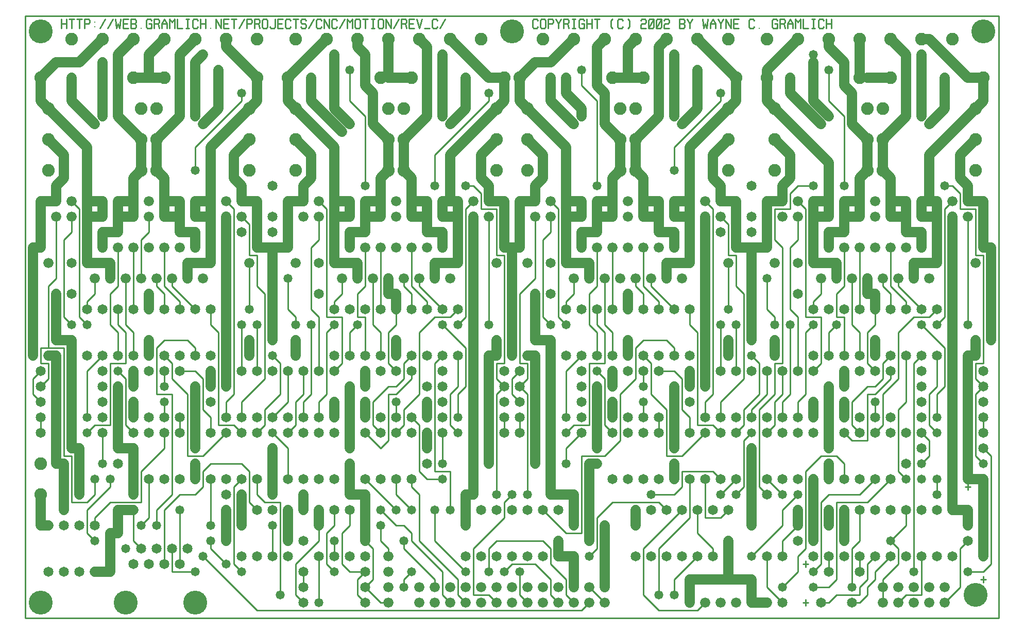
<source format=gtl>
%MOIN*%
%FSLAX25Y25*%
G04 D10 used for Character Trace; *
G04     Circle (OD=.01000) (No hole)*
G04 D11 used for Power Trace; *
G04     Circle (OD=.06700) (No hole)*
G04 D12 used for Signal Trace; *
G04     Circle (OD=.01100) (No hole)*
G04 D13 used for Via; *
G04     Circle (OD=.05800) (Round. Hole ID=.02800)*
G04 D14 used for Component hole; *
G04     Circle (OD=.06500) (Round. Hole ID=.03500)*
G04 D15 used for Component hole; *
G04     Circle (OD=.06600) (Round. Hole ID=.04200)*
G04 D16 used for Component hole; *
G04     Circle (OD=.08200) (Round. Hole ID=.05200)*
G04 D17 used for Component hole; *
G04     Circle (OD=.08950) (Round. Hole ID=.05950)*
G04 D18 used for Component hole; *
G04     Circle (OD=.11600) (Round. Hole ID=.08600)*
G04 D19 used for Component hole; *
G04     Circle (OD=.15500) (Round. Hole ID=.12500)*
G04 D20 used for Component hole; *
G04     Circle (OD=.18200) (Round. Hole ID=.15200)*
G04 D21 used for Component hole; *
G04     Circle (OD=.24300) (Round. Hole ID=.21300)*
%ADD10C,.01000*%
%ADD11C,.06700*%
%ADD12C,.01100*%
%ADD13C,.05800*%
%ADD14C,.06500*%
%ADD15C,.06600*%
%ADD16C,.08200*%
%ADD17C,.08950*%
%ADD18C,.11600*%
%ADD19C,.15500*%
%ADD20C,.18200*%
%ADD21C,.24300*%
%IPPOS*%
%LPD*%
G90*X0Y0D02*D19*X10000Y10000D03*D14*              
X25000Y30000D03*X15000D03*X35000D03*X45000D03*D11*
X55000D01*Y55000D01*X60000D01*Y70000D01*D13*D03*  
D11*X70000D01*D13*D03*D12*Y50000D01*              
X75000Y45000D01*D14*D03*X70000Y35000D03*          
X85000Y45000D03*D13*X65000D03*D14*X80000Y35000D03*
X90000D03*D12*Y70000D01*X100000Y80000D01*         
X110000D01*X115000Y85000D01*Y95000D01*            
X120000Y100000D01*X140000D01*X145000Y95000D01*    
Y75000D01*X150000Y70000D01*D14*D03*D12*           
X155000Y75000D02*X165000D01*Y15000D01*D13*D03*D12*
X180000Y10000D02*X175000Y15000D01*D14*            
X180000Y10000D03*D12*X175000Y15000D02*Y35000D01*  
X190000Y50000D01*Y60000D01*D13*D03*D11*Y70000D01* 
D14*D03*D12*X195000Y55000D02*X200000Y60000D01*    
X195000Y35000D02*Y55000D01*X200000Y30000D02*      
X195000Y35000D01*D13*X200000Y30000D03*D12*        
X210000D02*X205000Y35000D01*X210000Y30000D02*     
X220000D01*D14*D03*D12*X215000Y25000D01*Y15000D01*
X220000Y10000D01*D14*D03*D12*X230000D02*          
X235000D01*D15*D03*D12*X230000D02*                
X220000Y20000D01*D14*D03*D12*X225000Y25000D01*    
Y45000D01*X220000Y50000D01*D13*D03*D11*Y70000D01* 
D14*D03*D11*Y80000D01*X210000D01*Y90000D01*D14*   
D03*D11*Y100000D01*D13*D03*D14*X220000Y90000D03*  
D12*X240000Y70000D01*D13*D03*X230000Y60000D03*D12*
Y50000D01*X235000Y45000D01*Y40000D01*D15*D03*D13* 
X245000Y50000D03*D12*Y45000D01*X265000Y25000D01*  
Y20000D01*D15*D03*D12*X275000Y10000D02*           
X270000Y15000D01*D15*X275000Y10000D03*D12*        
X285000D02*X280000Y15000D01*D15*X285000Y10000D03* 
D12*X290000Y15000D02*X300000D01*X305000Y10000D01* 
D15*D03*X315000Y20000D03*X295000D03*              
X315000Y10000D03*X305000Y20000D03*                
X295000Y10000D03*D12*X290000Y15000D02*Y45000D01*  
X310000Y65000D01*Y75000D01*X315000Y80000D01*D13*  
D03*D14*X325000Y70000D03*X305000D03*D13*          
X325000Y80000D03*D12*Y145000D01*X320000Y150000D01*
D14*D03*D12*X325000Y155000D01*Y165000D01*         
X320000D01*Y210000D01*X330000Y220000D01*          
Y260000D01*D15*D03*D12*X335000Y245000D02*         
X340000Y250000D01*X335000Y195000D02*Y245000D01*   
X340000Y190000D02*X335000Y195000D01*D13*          
X340000Y190000D03*D12*X350000D02*                 
X345000Y195000D01*D13*X350000Y190000D03*D12*      
X345000Y195000D02*Y265000D01*X340000Y270000D01*   
D15*D03*X350000Y260000D03*D11*Y230000D01*         
X365000D01*Y220000D01*D15*D03*D12*Y210000D02*     
X370000Y215000D01*X365000Y190000D02*Y210000D01*   
X370000Y185000D02*X365000Y190000D01*              
X370000Y170000D02*Y185000D01*D14*Y170000D03*D12*  
X365000Y165000D02*X375000D01*X365000Y125000D02*   
Y165000D01*X355000Y125000D02*X365000D01*          
X350000Y120000D02*X355000Y125000D01*D13*          
X350000Y120000D03*D14*X360000Y130000D03*D13*      
X340000Y110000D03*D11*Y80000D01*X355000D01*       
Y60000D01*D13*D03*D12*X350000Y55000D02*X360000D01*
X350000D02*X335000Y70000D01*D14*D03*X345000D03*   
X315000D03*D12*X340000Y45000D02*X335000Y50000D01* 
X340000Y35000D02*Y45000D01*X350000Y25000D02*      
X340000Y35000D01*X350000Y15000D02*Y25000D01*      
X355000Y10000D02*X350000Y15000D01*D15*            
X355000Y10000D03*D12*X150000Y5000D02*X360000D01*  
X150000D02*X115000Y40000D01*D13*D03*D12*          
X130000Y35000D02*X120000Y45000D01*D13*            
X130000Y35000D03*D12*X140000Y30000D02*            
X135000Y35000D01*D13*X140000Y30000D03*D12*        
X135000Y35000D02*Y85000D01*X140000Y90000D01*D14*  
D03*D12*X155000Y75000D02*X150000Y80000D01*D14*    
X160000Y70000D03*D13*Y80000D03*D11*Y110000D01*D13*
D03*D14*X170000Y120000D03*D12*X175000Y125000D01*  
Y140000D01*X180000Y145000D01*Y160000D01*D14*D03*  
X190000D03*D12*Y195000D01*X185000Y200000D01*      
Y240000D01*X190000Y245000D01*Y260000D01*D15*D03*  
D12*X195000Y195000D02*Y265000D01*Y195000D02*      
X205000D01*Y165000D01*X200000Y160000D01*D14*D03*  
D13*X210000Y150000D03*D11*Y120000D01*D14*D03*D11* 
Y110000D01*D13*D03*D14*X220000Y120000D03*D12*     
X230000Y110000D01*X235000Y115000D01*Y145000D01*   
X240000D01*X250000Y155000D01*Y160000D01*D14*D03*  
D12*X245000Y155000D02*Y165000D01*                 
X240000Y150000D02*X245000Y155000D01*              
X235000Y150000D02*X240000D01*X225000Y140000D02*   
X235000Y150000D01*X225000Y125000D02*Y140000D01*   
X230000Y120000D02*X225000Y125000D01*D14*          
X230000Y120000D03*X240000Y130000D03*D12*          
Y140000D01*D13*D03*D12*X245000Y125000D02*         
Y135000D01*X240000Y120000D02*X245000Y125000D01*   
D14*X240000Y120000D03*X250000Y130000D03*D12*      
X255000Y125000D01*Y95000D01*X260000Y90000D01*     
X270000D01*D13*D03*D12*X275000Y70000D02*Y95000D01*
D13*Y70000D03*X285000Y60000D03*D11*Y70000D01*D14* 
D03*D11*Y80000D01*X290000D01*Y110000D01*D13*D03*  
D11*Y150000D01*D13*D03*D11*Y210000D01*D13*D03*D11*
Y260000D01*D15*D03*D12*X295000Y265000D02*         
X305000D01*Y235000D01*X310000D01*Y165000D01*      
X305000D01*Y155000D01*X310000Y150000D01*D14*D03*  
D12*X305000Y145000D01*Y80000D01*D13*D03*D14*      
X295000Y70000D03*D13*X300000Y100000D03*D11*       
Y140000D01*D13*D03*D11*Y170000D01*X305000D01*D15* 
D03*D11*Y180000D01*D13*D03*X315000Y170000D03*D11* 
Y180000D01*D13*D03*D11*Y240000D01*X310000D01*D13* 
D03*D11*Y270000D01*X300000D01*D15*D03*D11*        
Y280000D01*X295000Y285000D01*Y300000D01*          
X305000Y310000D01*D16*D03*X325000Y290000D03*      
Y330000D03*D11*X350000Y305000D01*Y270000D01*D15*  
D03*D11*Y260000D01*X360000D01*D15*D03*D11*        
Y270000D01*D15*D03*D11*X350000D01*D15*            
X340000Y260000D03*D12*Y250000D01*D11*             
X320000Y240000D02*Y270000D01*D13*Y240000D03*D11*  
X315000D01*D15*X325000Y230000D03*X305000D03*      
X300000Y260000D03*D12*Y190000D01*D13*D03*D12*     
X285000Y150000D02*Y175000D01*X280000Y145000D02*   
X285000Y150000D01*X280000Y130000D02*Y145000D01*   
D13*Y130000D03*D12*Y120000D02*X275000Y125000D01*  
D13*X280000Y120000D03*D12*X275000Y125000D02*      
Y145000D01*X280000Y150000D01*Y170000D01*D14*D03*  
D12*X285000Y175000D02*X270000Y190000D01*D13*D03*  
D12*X265000Y195000D02*X275000D01*                 
X255000Y185000D02*X265000Y195000D01*              
X255000Y145000D02*Y185000D01*X245000Y135000D02*   
X255000Y145000D01*D14*X260000Y120000D03*D11*      
Y110000D01*D13*D03*X270000Y100000D03*D12*         
Y120000D01*D14*D03*X260000Y130000D03*D11*         
Y140000D01*D13*D03*D14*X270000Y130000D03*         
Y150000D03*Y140000D03*X260000Y150000D03*          
X240000Y160000D03*D12*X235000Y165000D01*          
Y185000D01*X240000Y190000D01*Y200000D01*D14*D03*  
D11*Y210000D01*X235000D01*D13*D03*D11*Y220000D01* 
D15*D03*D12*X250000Y210000D02*X245000Y215000D01*  
X250000Y200000D02*Y210000D01*D14*Y200000D03*      
X260000D03*D12*Y205000D01*X250000Y215000D01*      
Y240000D01*D15*D03*D11*X260000Y250000D02*         
X270000D01*Y240000D01*D15*D03*D11*                
X265000Y230000D02*X280000D01*X265000Y220000D02*   
Y230000D01*D15*Y220000D03*X275000D03*X255000D03*  
D12*Y215000D01*X270000Y200000D01*D14*D03*D12*     
X275000Y195000D02*X280000Y200000D01*D14*D03*D12*  
Y190000D02*X285000Y195000D01*D13*                 
X280000Y190000D03*D12*X285000Y195000D02*          
Y265000D01*X290000Y270000D01*D15*D03*D12*         
X295000Y265000D02*Y275000D01*X290000Y280000D01*   
X285000D01*D13*D03*D11*X270000Y270000D02*         
X275000D01*D15*X270000D03*D11*Y260000D01*D15*D03* 
D11*X280000D01*D15*D03*D11*Y230000D01*            
X260000Y250000D02*Y260000D01*D15*D03*D11*         
X250000D01*D15*D03*D11*Y270000D01*D15*D03*D11*    
X260000D01*D15*D03*D11*Y260000D01*                
X250000Y270000D02*Y285000D01*X245000Y290000D01*   
D16*D03*D11*Y310000D01*D16*D03*D11*               
X260000Y325000D01*Y370000D01*X255000Y375000D01*   
D16*D03*D13*X270000Y365000D03*D11*Y325000D01*D13* 
D03*X275000Y320000D03*D11*X285000Y330000D01*      
Y350000D01*D13*D03*D12*X265000Y300000D02*         
X300000Y335000D01*X265000Y280000D02*Y300000D01*   
D13*Y280000D03*D11*X275000Y270000D02*X280000D01*  
D15*D03*D11*Y260000D01*X275000Y270000D02*         
Y300000D01*X305000Y330000D01*D16*D03*D11*         
X310000Y335000D01*Y350000D01*D16*D03*D11*         
X300000D01*X275000Y375000D01*D16*D03*X295000D03*  
X250000Y350000D03*D11*X235000D01*Y375000D01*D16*  
D03*D11*X220000Y345000D02*Y365000D01*             
X225000Y340000D02*X220000Y345000D01*              
X225000Y320000D02*Y340000D01*X235000Y310000D02*   
X225000Y320000D01*D16*X235000Y310000D03*D11*      
Y290000D01*D16*D03*D11*X230000Y285000D01*         
Y270000D01*D15*D03*D11*Y260000D01*D15*D03*D11*    
X220000D01*D15*D03*D11*Y250000D01*X210000D01*     
Y240000D01*D15*D03*D11*X200000Y230000D02*         
X215000D01*Y220000D01*D15*D03*D12*Y210000D02*     
X220000Y215000D01*X215000Y195000D02*Y210000D01*   
Y195000D02*X220000D01*Y170000D01*D14*D03*         
X230000Y160000D03*Y170000D03*D12*Y185000D01*      
X225000Y190000D01*Y220000D01*D15*D03*D12*         
X220000Y215000D02*Y240000D01*D15*D03*X230000D03*  
D12*Y200000D01*D14*D03*X220000D03*D12*            
X245000Y215000D02*Y220000D01*D15*D03*             
X260000Y240000D03*X240000D03*D13*                 
X215000Y190000D03*D12*X210000Y185000D01*          
Y170000D01*D14*D03*X220000Y160000D03*D11*         
Y150000D01*D13*D03*Y140000D03*D11*Y130000D01*D14* 
D03*X230000D03*D13*X200000Y140000D03*D11*         
Y130000D01*D14*D03*D12*X190000D02*Y140000D01*D14* 
Y130000D03*X200000Y120000D03*D12*                 
X180000Y130000D02*Y140000D01*D14*Y130000D03*      
X190000Y120000D03*D12*Y140000D02*                 
X195000Y145000D01*Y185000D01*X200000Y190000D01*   
D13*D03*D14*X210000Y200000D03*X200000D03*D12*     
Y205000D01*X205000Y210000D01*Y220000D01*D15*D03*  
D11*X200000Y230000D02*Y260000D01*D15*D03*D11*     
X210000D01*D15*D03*D11*Y270000D01*D15*D03*D11*    
X200000D01*D15*D03*D11*Y260000D01*D12*            
X195000Y265000D02*X190000Y270000D01*D15*D03*D11*  
X180000D02*Y280000D01*D15*Y270000D03*D11*         
X170000D01*Y240000D01*D13*D03*D11*X160000D01*     
Y180000D01*D13*D03*X150000Y190000D03*D12*         
Y160000D01*D14*D03*D12*X140000Y140000D02*         
X155000Y155000D01*X140000Y130000D02*Y140000D01*   
D14*Y130000D03*D12*Y120000D02*X135000Y125000D01*  
D14*X140000Y120000D03*D12*X125000Y125000D02*      
X135000D01*X125000D02*Y185000D01*                 
X120000Y190000D01*Y200000D01*D14*D03*D13*         
X130000Y210000D03*D11*Y160000D01*D14*D03*D11*     
Y150000D01*D13*D03*D12*Y140000D02*                
X135000Y145000D01*X130000Y130000D02*Y140000D01*   
D14*Y130000D03*X120000Y140000D03*Y120000D03*D12*  
Y130000D01*X115000Y135000D01*Y155000D01*          
X110000Y160000D01*X100000D01*D14*D03*D12*         
X95000Y155000D02*Y165000D01*X105000Y145000D02*    
X95000Y155000D01*X105000Y105000D02*Y145000D01*    
Y105000D02*X115000D01*X130000Y120000D01*D14*D03*  
D13*X110000Y100000D03*D11*Y90000D01*D14*D03*      
X120000D03*D12*Y60000D01*D13*D03*X130000Y50000D03*
D11*Y60000D01*D14*D03*D11*Y70000D01*D13*D03*      
X140000Y60000D03*D11*Y70000D01*D14*D03*D11*       
Y80000D01*D13*D03*D14*X150000Y90000D03*D12*       
Y80000D01*D14*X170000Y70000D03*D11*Y50000D01*D13* 
D03*X160000Y60000D03*D12*Y40000D01*D14*D03*       
X170000D03*X150000D03*X180000Y20000D03*D12*       
Y30000D01*D14*D03*X190000Y40000D03*D12*Y10000D01* 
D13*D03*D12*X205000Y35000D02*Y55000D01*           
X210000Y60000D01*Y70000D01*D14*D03*D12*           
X200000Y60000D02*Y70000D01*D14*D03*               
X180000Y90000D03*Y50000D03*D13*Y80000D03*D11*     
Y70000D01*D14*D03*D13*X200000Y50000D03*D12*       
Y40000D01*D14*D03*X210000D03*X220000D03*D13*      
X230000Y70000D03*D12*X240000Y60000D01*X245000D01* 
X250000Y55000D01*Y50000D01*X270000Y30000D01*      
Y15000D01*D15*X275000Y20000D03*X265000Y10000D03*  
D12*X280000Y15000D02*Y25000D01*D15*               
X285000Y20000D03*D12*X280000Y25000D02*            
X255000Y50000D01*Y80000D01*X250000Y85000D01*      
Y90000D01*D14*D03*X260000Y100000D03*D12*          
X250000Y70000D02*X240000Y80000D01*D13*            
X250000Y70000D03*D12*X240000Y80000D02*Y90000D01*  
D14*D03*X230000D03*D13*X265000Y70000D03*D12*      
Y50000D01*X285000Y30000D01*D13*D03*D14*           
X295000Y40000D03*X285000D03*D12*X300000Y30000D02* 
Y45000D01*D13*Y30000D03*D14*X305000Y40000D03*D13* 
X310000Y30000D03*D12*X315000Y35000D01*X330000D01* 
X340000Y25000D01*Y15000D01*X345000Y10000D01*D15*  
D03*X355000Y20000D03*D11*Y40000D01*X345000D01*D14*
D03*D11*Y50000D01*D13*D03*D14*X335000Y40000D03*   
D12*X305000Y50000D02*X335000D01*X300000Y45000D02* 
X305000Y50000D01*D14*X315000Y40000D03*D13*        
X320000Y30000D03*D12*Y15000D01*X325000Y10000D01*  
D15*D03*X335000Y20000D03*Y10000D03*               
X325000Y20000D03*X345000D03*D14*X325000Y40000D03* 
D12*X360000Y5000D02*X365000Y10000D01*D15*D03*     
X375000Y20000D03*D11*Y40000D01*D14*D03*D11*       
Y60000D01*D14*D03*D12*X370000Y45000D02*Y65000D01* 
X365000Y40000D02*X370000Y45000D01*D13*            
X365000Y40000D03*Y50000D03*D11*Y100000D01*        
X370000D01*D14*D03*D12*X360000Y105000D02*         
X375000D01*X360000Y55000D02*Y105000D01*           
X370000Y65000D02*X380000Y75000D01*X410000D01*     
X415000Y70000D01*D14*D03*D13*X405000Y80000D03*D12*
X420000D01*X425000Y85000D01*Y95000D01*X445000D01* 
X450000Y90000D01*D14*D03*D13*X460000Y80000D03*D12*
X465000Y85000D01*Y115000D01*X470000Y120000D01*D13*
D03*D12*X460000D02*X465000Y125000D01*D14*         
X460000Y120000D03*D12*X465000Y125000D02*          
Y135000D01*X475000Y145000D01*Y165000D01*          
X470000Y170000D01*D13*D03*D14*X480000Y160000D03*  
D12*Y145000D01*X470000Y135000D01*Y130000D01*D14*  
D03*D12*X475000Y85000D02*Y135000D01*              
X480000Y80000D02*X475000Y85000D01*D14*            
X480000Y80000D03*D12*X490000Y60000D02*Y70000D01*  
X470000Y40000D02*X490000Y60000D01*D13*            
X470000Y40000D03*D14*X480000D03*D12*Y20000D01*    
X490000Y10000D01*D14*D03*D13*Y20000D03*D12*       
X500000Y30000D01*Y40000D01*X505000Y45000D01*      
Y95000D01*X515000Y105000D01*X525000D01*           
X530000Y100000D01*Y90000D01*D14*D03*D12*          
X520000Y80000D02*X540000D01*X515000Y75000D02*     
X520000Y80000D01*X515000Y35000D02*Y75000D01*      
X510000Y30000D02*X515000Y35000D01*D13*            
X510000Y30000D03*D10*X503326Y35000D02*X506674D01* 
X505000Y36914D02*Y33086D01*D12*X510000Y20000D02*  
X520000D01*D13*X510000D03*D12*X515000Y10000D02*   
X520000D01*D14*X515000D03*D12*X520000D02*         
X525000Y15000D01*X540000D01*Y20000D01*            
X545000Y25000D01*Y35000D01*X550000Y40000D01*D14*  
D03*D13*X560000Y50000D03*D12*X565000Y45000D01*    
Y35000D01*X555000Y25000D01*Y20000D01*D15*D03*D12* 
Y10000D01*D15*D03*X565000Y20000D03*D12*           
X545000Y15000D02*Y20000D01*X540000Y10000D02*      
X545000Y15000D01*X535000Y10000D02*X540000D01*D14* 
X535000D03*D12*X545000Y20000D02*X550000Y25000D01* 
Y30000D01*X560000Y40000D01*D14*D03*X570000D03*D12*
X560000Y50000D02*X570000Y60000D01*Y70000D01*D14*  
D03*X580000D03*X560000D03*D13*X590000Y90000D03*   
D12*Y80000D01*D13*D03*D11*X600000Y70000D02*       
X610000D01*D14*D03*D11*Y60000D01*D13*D03*         
X620000Y50000D03*D11*Y40000D01*D14*D03*D12*       
Y30000D02*X625000Y35000D01*X610000Y30000D02*      
X620000D01*D13*X610000D03*D14*X600000Y40000D03*   
D10*X618326Y25000D02*X621674D01*X620000Y26914D02* 
Y23086D01*D12*X595000Y10000D02*X605000Y20000D01*  
D15*X595000Y10000D03*D12*X605000Y20000D02*        
Y45000D01*X610000Y50000D01*D14*D03*D11*X620000D02*
Y90000D01*X610000D01*Y100000D01*D13*D03*D11*      
Y140000D01*D13*D03*D11*Y170000D01*X615000D01*D15* 
D03*D11*Y180000D01*D13*D03*X625000D03*D11*        
Y240000D01*X620000D01*D13*D03*D11*Y270000D01*     
X610000D01*D15*D03*D11*Y280000D01*                
X605000Y285000D01*Y300000D01*X615000Y310000D01*   
D16*D03*D11*X585000Y320000D02*X595000Y330000D01*  
D13*X585000Y320000D03*X580000Y325000D03*D11*      
Y365000D01*D13*D03*D11*X610000Y350000D02*         
X585000Y375000D01*X610000Y350000D02*X620000D01*   
D16*D03*D11*Y335000D01*X615000Y330000D01*D16*D03* 
D11*X585000Y300000D01*Y270000D01*X580000D01*D15*  
D03*D11*Y260000D01*D15*D03*D11*X590000D01*D15*D03*
D11*Y230000D01*X575000D01*Y220000D01*D15*D03*     
X585000D03*X565000D03*D12*Y215000D01*             
X580000Y200000D01*D14*D03*D12*X575000Y195000D02*  
X585000D01*X565000Y185000D02*X575000Y195000D01*   
X565000Y155000D02*Y185000D01*X555000Y145000D02*   
X565000Y155000D01*X555000Y125000D02*Y145000D01*   
X550000Y120000D02*X555000Y125000D01*D14*          
X550000Y120000D03*D12*X535000Y115000D02*          
X545000D01*X535000D02*X530000Y120000D01*D14*D03*  
D12*X540000D02*X535000Y125000D01*D14*             
X540000Y120000D03*D12*X545000Y115000D02*          
Y145000D01*X550000D01*X560000Y155000D01*          
Y160000D01*D14*D03*D12*X555000Y155000D02*         
Y165000D01*X550000Y150000D02*X555000Y155000D01*   
X545000Y150000D02*X550000D01*X535000Y140000D02*   
X545000Y150000D01*X535000Y125000D02*Y140000D01*   
D14*X540000Y130000D03*X530000D03*D11*Y140000D01*  
D13*D03*X520000Y150000D03*D11*Y120000D01*D14*D03* 
D11*Y110000D01*D13*D03*D14*X510000Y120000D03*D13* 
X520000Y100000D03*D11*Y90000D01*D14*D03*          
X510000D03*D11*Y50000D01*D13*D03*D14*             
X520000Y40000D03*D12*Y30000D01*D14*D03*D12*       
Y20000D02*X525000Y25000D01*Y75000D01*X545000D01*  
X560000Y90000D01*D14*D03*D12*X570000D02*          
X565000Y95000D01*D13*X570000Y90000D03*D12*        
X565000Y95000D02*Y135000D01*X570000Y140000D01*    
Y170000D01*D14*D03*D12*X575000Y30000D02*          
Y165000D01*D13*Y30000D03*D15*X585000Y20000D03*D14*
X580000Y40000D03*D12*Y15000D01*X570000D01*        
X565000Y10000D01*D15*D03*X575000Y20000D03*        
Y10000D03*X585000D03*D14*X540000Y30000D03*D12*    
Y40000D01*D14*D03*D12*X535000Y20000D02*Y45000D01* 
D13*Y20000D03*D14*X530000Y40000D03*X510000D03*D12*
X535000Y45000D02*X540000Y50000D01*Y70000D01*D14*  
D03*X550000D03*D12*X540000Y80000D02*              
X550000Y90000D01*D14*D03*X540000D03*              
X530000Y70000D03*D11*Y50000D01*D13*D03*           
X520000Y60000D03*D11*Y70000D01*D14*D03*           
X500000Y90000D03*Y50000D03*D13*Y80000D03*D12*     
X490000Y70000D01*D13*X500000Y60000D03*D12*        
X490000Y50000D01*Y40000D01*D14*D03*D13*           
X470000Y60000D03*D11*Y110000D01*D13*D03*D14*      
X480000Y120000D03*D12*X485000Y125000D01*          
Y140000D01*X490000Y145000D01*Y160000D01*D14*D03*  
D12*X485000Y145000D02*Y165000D01*                 
X475000Y135000D02*X485000Y145000D01*D14*          
X480000Y130000D03*X490000Y120000D03*Y130000D03*   
D12*Y140000D01*X495000Y145000D01*Y190000D01*D13*  
D03*D12*X500000Y160000D02*Y195000D01*D14*         
Y160000D03*X510000Y170000D03*D12*                 
X485000Y165000D02*X490000D01*Y240000D01*          
X485000Y245000D01*Y265000D01*X495000D01*          
Y275000D01*X500000Y280000D01*X510000D01*D13*D03*  
D15*X520000Y270000D03*D11*Y260000D01*D15*D03*D11* 
X510000D01*D15*D03*D11*Y230000D01*X525000D01*     
Y220000D01*D15*D03*D12*Y210000D02*                
X530000Y215000D01*X525000Y195000D02*Y210000D01*   
Y195000D02*X530000D01*Y170000D01*D14*D03*         
X540000Y160000D03*Y170000D03*D12*Y185000D01*      
X535000Y190000D01*Y220000D01*D15*D03*D12*         
X530000Y215000D02*Y240000D01*D15*D03*D11*         
X520000D02*Y250000D01*D15*Y240000D03*D11*         
Y250000D02*X530000D01*D15*Y260000D03*D11*         
Y250000D01*D15*X540000Y240000D03*D12*Y200000D01*  
D14*D03*D12*X545000Y185000D02*X550000Y190000D01*  
X545000Y165000D02*Y185000D01*X550000Y160000D02*   
X545000Y165000D01*D14*X550000Y160000D03*D12*      
X555000Y165000D02*X560000Y170000D01*D14*D03*D13*  
X550000Y180000D03*D11*Y170000D01*D14*D03*D13*     
X530000Y150000D03*D11*Y160000D01*D14*D03*         
X520000Y170000D03*D12*Y185000D01*                 
X525000Y190000D01*D13*D03*D14*X530000Y200000D03*  
D12*X515000Y165000D02*Y195000D01*                 
X510000Y160000D02*X515000Y165000D01*D14*          
X510000Y160000D03*D12*X500000Y140000D02*          
X505000Y145000D01*X500000Y130000D02*Y140000D01*   
D14*Y130000D03*D13*X510000Y140000D03*D11*         
Y130000D01*D14*D03*X500000Y120000D03*D12*         
X505000Y145000D02*Y185000D01*X510000Y190000D01*   
D13*D03*D12*X505000Y195000D02*X515000D01*         
X505000D02*Y265000D01*X500000Y270000D01*D15*D03*  
D11*X510000Y260000D02*Y270000D01*D15*D03*D11*     
X520000D01*Y295000D01*X485000Y330000D01*D16*D03*  
D11*X480000Y335000D01*Y350000D01*D16*D03*D11*     
Y355000D01*X500000Y375000D01*D16*D03*D13*         
X510000Y365000D03*D11*Y335000D02*Y360000D01*      
X520000Y325000D02*X510000Y335000D01*D13*          
X520000Y325000D03*X515000Y320000D03*D11*          
X495000Y340000D01*Y350000D01*D13*D03*D16*         
X520000Y375000D03*D11*Y370000D01*                 
X530000Y360000D01*Y345000D01*X535000Y340000D01*   
Y320000D01*X545000Y310000D01*D16*D03*D11*         
Y290000D01*D16*D03*D11*X540000Y285000D01*         
Y270000D01*D15*D03*D11*Y260000D01*D15*D03*D11*    
X530000D01*Y270000D01*D15*D03*D11*X540000D01*D15* 
X550000Y260000D03*D13*X530000Y280000D03*D12*      
Y325000D01*X520000Y335000D01*Y355000D01*D13*D03*  
D16*X540000Y375000D03*D11*Y350000D01*D16*D03*D11* 
X545000D02*X560000D01*D16*D03*D11*                
X570000Y325000D02*Y365000D01*X555000Y310000D02*   
X570000Y325000D01*D16*X555000Y310000D03*D11*      
Y290000D01*D16*D03*D11*X560000Y285000D01*         
Y270000D01*D15*D03*D11*Y260000D01*D15*D03*D11*    
X570000D01*D15*D03*D11*Y250000D01*X580000D01*     
Y240000D01*D15*D03*X570000D03*X600000Y260000D03*  
D11*Y210000D01*D13*D03*D11*Y150000D01*D13*D03*D11*
Y110000D01*D13*D03*D11*Y70000D01*D14*X590000D03*  
D10*X608326Y85000D02*X611674D01*X610000Y86914D02* 
Y83086D01*D13*X580000Y90000D03*D14*               
X570000Y100000D03*D13*X620000D03*D12*             
X615000Y105000D01*Y145000D01*X620000Y150000D01*   
D14*D03*D12*X615000Y155000D01*Y165000D01*         
X620000D01*Y235000D01*X615000D01*Y265000D01*      
X605000D01*Y275000D01*X600000Y280000D01*          
X595000D01*D13*D03*D11*X585000Y270000D02*         
X590000D01*D15*D03*D11*Y260000D01*D12*            
X595000Y195000D02*Y265000D01*X590000Y190000D02*   
X595000Y195000D01*D13*X590000Y190000D03*D12*      
X585000Y195000D02*X590000Y200000D01*D14*D03*D13*  
X580000Y190000D03*D12*X595000Y175000D01*          
Y150000D01*X590000Y145000D01*Y130000D01*D13*D03*  
D12*Y120000D02*X585000Y125000D01*D13*             
X590000Y120000D03*D12*X585000Y125000D02*          
Y145000D01*X590000Y150000D01*Y170000D01*D14*D03*  
X580000Y160000D03*Y170000D03*D12*                 
X575000Y165000D01*D14*X580000Y150000D03*D12*      
X550000Y190000D02*Y200000D01*D14*D03*D11*         
Y210000D01*X545000D01*D13*D03*D11*Y220000D01*D15* 
D03*D12*X560000Y210000D02*X555000Y215000D01*      
X560000Y200000D02*Y210000D01*D14*Y200000D03*      
X570000D03*D12*Y205000D01*X560000Y215000D01*      
Y240000D01*D15*D03*X550000D03*D11*                
X570000Y260000D02*Y270000D01*D15*D03*D11*         
X560000D01*D15*X550000D03*D12*X595000Y265000D02*  
X600000Y270000D01*D15*D03*X610000Y260000D03*D12*  
Y190000D01*D13*D03*D14*X620000Y160000D03*D15*     
X615000Y230000D03*D14*X580000Y140000D03*          
X620000D03*D15*X555000Y220000D03*D12*Y215000D01*  
D14*X520000Y200000D03*D15*X515000Y220000D03*D12*  
Y210000D01*X510000Y205000D01*Y200000D01*D14*D03*  
X500000Y210000D03*D12*Y195000D02*                 
X495000Y200000D01*Y240000D01*X500000Y245000D01*   
Y260000D01*D15*D03*X490000Y270000D03*D11*         
X480000D01*Y240000D01*D13*D03*D11*X470000D01*     
Y180000D01*D13*D03*X460000Y190000D03*D12*         
Y160000D01*D14*D03*D12*X450000Y140000D02*         
X465000Y155000D01*X450000Y130000D02*Y140000D01*   
D14*Y130000D03*D12*Y120000D02*X445000Y125000D01*  
D14*X450000Y120000D03*D12*X435000Y125000D02*      
X445000D01*X435000D02*Y185000D01*                 
X430000Y190000D01*Y200000D01*D14*D03*D13*         
X440000Y210000D03*D11*Y160000D01*D14*D03*D11*     
Y150000D01*D13*D03*D12*Y140000D02*                
X445000Y145000D01*X440000Y130000D02*Y140000D01*   
D14*Y130000D03*X430000Y140000D03*Y120000D03*D12*  
Y130000D01*X425000Y135000D01*Y155000D01*          
X420000Y160000D01*X410000D01*D14*D03*D12*         
X405000Y145000D02*Y165000D01*X415000Y135000D02*   
X405000Y145000D01*X415000Y105000D02*Y135000D01*   
Y105000D02*X425000D01*X440000Y120000D01*D14*D03*  
D13*X420000Y100000D03*D11*Y90000D01*D14*D03*      
X430000D03*D12*Y65000D01*X410000Y45000D01*        
Y15000D01*D13*D03*D12*X420000D02*Y25000D01*D13*   
Y15000D03*D11*X430000Y10000D02*Y25000D01*D15*     
Y10000D03*D12*X410000Y5000D02*X435000D01*         
X410000D02*X400000Y15000D01*Y45000D01*            
X425000Y70000D01*D14*D03*X435000D03*D12*Y55000D01*
X445000Y45000D01*Y40000D01*D14*D03*D13*           
X455000Y50000D03*D11*Y40000D01*D14*D03*D11*       
Y25000D01*X430000D01*D12*X420000D02*              
X435000Y40000D01*D14*D03*X425000D03*D11*          
X455000Y25000D02*X470000D01*Y10000D01*X480000D01* 
D15*D03*X460000D03*D10*X503326D02*X506674D01*     
X505000Y11914D02*Y8086D01*D15*X450000Y10000D03*   
X440000D03*D12*X435000Y5000D01*D14*               
X415000Y40000D03*X405000D03*X395000D03*D13*       
Y60000D03*D11*Y70000D01*D14*D03*X405000D03*       
X410000Y90000D03*X400000D03*X390000D03*X380000D03*
D12*X375000Y105000D02*X385000Y115000D01*          
Y145000D01*X395000Y155000D01*Y175000D01*          
X400000Y180000D01*X415000D01*X420000Y175000D01*   
Y170000D01*D14*D03*X430000Y160000D03*D11*         
Y150000D01*D13*D03*X420000D03*D11*Y120000D01*D14* 
D03*D11*Y110000D01*D13*D03*D14*X410000Y120000D03* 
D12*Y130000D01*D14*D03*D13*X400000Y140000D03*D12* 
Y130000D01*D14*D03*X390000Y120000D03*Y130000D03*  
X400000Y120000D03*D13*X380000Y150000D03*D11*      
Y160000D01*D14*D03*D12*X375000Y165000D02*         
Y185000D01*X370000Y190000D01*Y200000D01*D14*D03*  
X380000D03*D12*Y240000D01*D15*D03*D11*            
X360000Y250000D02*X370000D01*X360000Y240000D02*   
Y250000D01*D15*Y240000D03*D11*X370000Y250000D02*  
Y260000D01*D15*D03*D11*X380000D01*D15*D03*D11*    
Y270000D01*D15*D03*D11*X370000D01*D15*D03*D11*    
Y260000D01*X380000Y270000D02*Y285000D01*          
X385000Y290000D01*D16*D03*D11*Y310000D01*D16*D03* 
D11*X375000Y320000D01*Y340000D01*                 
X370000Y345000D01*Y370000D01*X375000Y375000D01*   
D16*D03*D11*X390000Y350000D02*Y370000D01*         
X380000Y350000D02*X390000D01*D16*X380000D03*D11*  
X390000D02*X400000D01*D16*D03*X385000Y330000D03*  
D11*X410000Y325000D02*Y370000D01*                 
X395000Y310000D02*X410000Y325000D01*D16*          
X395000Y310000D03*D11*Y290000D01*D16*D03*D11*     
X400000Y285000D01*Y270000D01*D15*D03*D11*         
Y260000D01*D15*D03*D11*X410000D01*D15*D03*D11*    
Y250000D01*X420000D01*Y240000D01*D15*D03*D11*     
X415000Y230000D02*X430000D01*X415000Y220000D02*   
Y230000D01*D15*Y220000D03*X425000D03*X405000D03*  
D12*Y215000D01*X420000Y200000D01*D14*D03*D12*     
X410000D02*Y205000D01*D14*Y200000D03*D12*         
Y205000D02*X400000Y215000D01*Y240000D01*D15*D03*  
X410000D03*X390000D03*X420000Y260000D03*D11*      
X430000D01*D15*D03*D11*Y230000D01*D14*            
X450000Y250000D03*D11*X440000Y210000D02*          
Y260000D01*D15*D03*D12*X445000Y145000D02*         
Y265000D01*D14*X460000Y130000D03*                 
X450000Y160000D03*D12*Y190000D01*D13*D03*         
X455000Y200000D03*D12*Y230000D01*D15*D03*D12*     
X460000Y215000D02*Y235000D01*X465000Y210000D02*   
X460000Y215000D01*X465000Y155000D02*Y210000D01*   
D14*X470000Y160000D03*D15*X455000Y170000D03*D11*  
Y180000D01*D13*D03*D14*X430000Y170000D03*D12*     
X485000Y195000D02*X480000Y200000D01*              
X485000Y190000D02*Y195000D01*D13*Y190000D03*      
Y180000D03*D11*Y170000D01*D15*D03*D12*            
X480000Y200000D02*Y220000D01*D13*D03*D15*         
X485000Y230000D03*D13*X460000Y240000D03*D11*      
X470000D01*D14*Y250000D03*D11*X460000Y240000D02*  
Y270000D01*X450000D01*D15*D03*D11*Y280000D01*     
X445000Y285000D01*Y300000D01*X455000Y310000D01*   
D16*D03*D11*X425000Y320000D02*X435000Y330000D01*  
D13*X425000Y320000D03*X420000Y325000D03*D11*      
Y365000D01*D13*D03*D11*X410000Y370000D02*         
X415000Y375000D01*D16*D03*D13*X435000Y355000D03*  
D11*Y330000D01*D12*X420000Y305000D02*             
X450000Y335000D01*X420000Y290000D02*Y305000D01*   
D13*Y290000D03*D11*X430000Y270000D02*Y305000D01*  
D15*Y270000D03*D11*Y260000D01*D15*                
X440000Y270000D03*D12*X445000Y265000D01*D15*      
X450000Y260000D03*D12*X455000Y255000D01*          
Y235000D01*X460000D01*D14*X470000Y260000D03*D15*  
X490000D03*D11*Y270000D02*Y280000D01*             
X495000Y285000D01*Y300000D01*X485000Y310000D01*   
D16*D03*Y290000D03*D11*X455000Y330000D02*         
X460000Y335000D01*D16*X455000Y330000D03*D11*      
X430000Y305000D01*D16*X455000Y290000D03*D11*      
X460000Y335000D02*Y350000D01*D16*D03*D11*         
X435000Y375000D01*D16*D03*X455000D03*D13*         
X450000Y340000D03*D12*Y335000D01*D16*             
X480000Y375000D03*X395000D03*D11*                 
X390000Y370000D01*D13*X360000Y355000D03*D12*      
Y345000D01*X370000Y335000D01*Y280000D01*D13*D03*  
D15*X390000Y260000D03*Y270000D03*D11*X400000D02*  
X410000D01*D15*D03*D11*Y260000D01*D15*            
X420000Y270000D03*D11*Y260000D01*Y270000D02*      
X430000D01*D15*X375000Y220000D03*D12*Y190000D01*  
X380000Y185000D01*Y170000D01*D14*D03*             
X390000Y160000D03*D13*Y180000D03*D11*Y170000D01*  
D14*D03*X400000Y160000D03*D12*Y150000D01*D13*D03* 
D12*X405000Y165000D02*X400000Y170000D01*D14*D03*  
X410000D03*D12*X375000Y125000D02*Y155000D01*      
X380000Y120000D02*X375000Y125000D01*D14*          
X380000Y120000D03*D13*X370000Y110000D03*D11*      
Y120000D01*D14*D03*D11*Y150000D01*D13*D03*D12*    
X375000Y155000D02*X370000Y160000D01*D13*D03*D14*  
X360000Y170000D03*D12*X350000Y160000D01*          
Y130000D01*D13*D03*D14*X360000Y120000D03*D12*     
X350000Y110000D01*Y100000D01*D13*D03*D11*         
X340000Y110000D02*Y150000D01*D13*D03*D11*         
Y180000D01*X330000D01*Y210000D01*D13*D03*D14*     
X340000D03*X350000Y200000D03*D12*Y205000D01*      
X355000Y210000D01*Y220000D01*D15*D03*D14*         
X340000Y230000D03*D12*X370000Y215000D02*          
Y240000D01*D15*D03*X385000Y220000D03*D12*         
X400000Y210000D02*X395000Y215000D01*              
X400000Y200000D02*Y210000D01*D14*Y200000D03*D13*  
X390000Y210000D03*D11*Y200000D01*D14*D03*D12*     
X395000Y215000D02*Y220000D01*D15*D03*D14*         
X360000Y200000D03*X350000Y170000D03*              
X360000Y160000D03*D11*X330000Y270000D02*          
Y280000D01*D15*Y270000D03*D11*X320000D01*         
X330000Y280000D02*X335000Y285000D01*Y300000D01*   
X325000Y310000D01*D16*D03*X305000Y290000D03*D11*  
X325000Y330000D02*X320000Y335000D01*Y350000D01*   
D16*D03*D11*X330000Y360000D01*X340000D01*         
X355000Y375000D01*D16*D03*X335000D03*D13*         
X340000Y350000D03*D11*Y335000D01*                 
X355000Y320000D01*D13*D03*X360000Y325000D03*D11*  
Y330000D01*X350000Y340000D01*Y350000D01*D13*D03*  
D19*X315000Y380000D03*D10*X331674Y383086D02*      
X330837Y382129D01*X329163D01*X328326Y383086D01*   
Y386914D01*X329163Y387871D01*X330837D01*          
X331674Y386914D01*X336674Y383086D02*              
X335837Y382129D01*X334163D01*X333326Y383086D01*   
Y386914D01*X334163Y387871D01*X335837D01*          
X336674Y386914D01*Y383086D01*X338326Y382129D02*   
Y387871D01*X340837D01*X341674Y386914D01*          
Y385957D01*X340837Y385000D01*X338326D01*          
X343326Y387871D02*X345000Y385000D01*              
X346674Y387871D01*X345000Y385000D02*Y382129D01*   
X348326D02*Y387871D01*X350837D01*                 
X351674Y386914D01*Y385957D01*X350837Y385000D01*   
X348326D01*X350837D02*X351674Y382129D01*          
X355000D02*Y387871D01*X354163Y382129D02*          
X355837D01*X354163Y387871D02*X355837D01*          
X361674Y383086D02*X360837Y382129D01*X359163D01*   
X358326Y383086D01*Y386914D01*X359163Y387871D01*   
X360837D01*X361674Y386914D01*X360000Y385000D02*   
X361674D01*Y382129D01*X363326D02*Y387871D01*      
X366674Y382129D02*Y387871D01*X363326Y385000D02*   
X366674D01*X370000Y382129D02*Y387871D01*          
X368326D02*X371674D01*X380000D02*                 
X379163Y386914D01*Y383086D01*X380000Y382129D01*   
X386674Y383086D02*X385837Y382129D01*X384163D01*   
X383326Y383086D01*Y386914D01*X384163Y387871D01*   
X385837D01*X386674Y386914D01*X390000Y387871D02*   
X390837Y386914D01*Y383086D01*X390000Y382129D01*   
X398326Y386914D02*X399163Y387871D01*X400837D01*   
X401674Y386914D01*Y385957D01*X400837Y385000D01*   
X399163D01*X398326Y384043D01*Y382129D01*          
X401674D01*X406674Y383086D02*X405837Y382129D01*   
X404163D01*X403326Y383086D01*Y386914D01*          
X404163Y387871D01*X405837D01*X406674Y386914D01*   
Y383086D01*X403326Y382129D02*X406674Y387871D01*   
X411674Y383086D02*X410837Y382129D01*X409163D01*   
X408326Y383086D01*Y386914D01*X409163Y387871D01*   
X410837D01*X411674Y386914D01*Y383086D01*          
X408326Y382129D02*X411674Y387871D01*              
X413326Y386914D02*X414163Y387871D01*X415837D01*   
X416674Y386914D01*Y385957D01*X415837Y385000D01*   
X414163D01*X413326Y384043D01*Y382129D01*          
X416674D01*X423326D02*Y387871D01*X425837D01*      
X426674Y386914D01*Y385957D01*X425837Y385000D01*   
X426674Y384043D01*Y383086D01*X425837Y382129D01*   
X423326D01*Y385000D02*X425837D01*                 
X428326Y387871D02*X430000Y385000D01*              
X431674Y387871D01*X430000Y385000D02*Y382129D01*   
X438326Y387871D02*X439163Y382129D01*              
X440000Y385000D01*X440837Y382129D01*              
X441674Y387871D01*X443326Y382129D02*Y385000D01*   
X445000Y387871D01*X446674Y385000D01*Y382129D01*   
X443326Y385000D02*X446674D01*X448326Y387871D02*   
X450000Y385000D01*X451674Y387871D01*              
X450000Y385000D02*Y382129D01*X453326D02*          
Y387871D01*X456674Y382129D01*Y387871D01*          
X461674Y382129D02*X458326D01*Y387871D01*          
X461674D01*X458326Y385000D02*X460837D01*          
X471674Y383086D02*X470837Y382129D01*X469163D01*   
X468326Y383086D01*Y386914D01*X469163Y387871D01*   
X470837D01*X471674Y386914D01*X475000Y382129D03*   
X486674Y383086D02*X485837Y382129D01*X484163D01*   
X483326Y383086D01*Y386914D01*X484163Y387871D01*   
X485837D01*X486674Y386914D01*X485000Y385000D02*   
X486674D01*Y382129D01*X488326D02*Y387871D01*      
X490837D01*X491674Y386914D01*Y385957D01*          
X490837Y385000D01*X488326D01*X490837D02*          
X491674Y382129D01*X493326D02*Y385000D01*          
X495000Y387871D01*X496674Y385000D01*Y382129D01*   
X493326Y385000D02*X496674D01*X498326Y382129D02*   
Y387871D01*X500000Y385957D01*X501674Y387871D01*   
Y382129D01*X503326Y387871D02*Y382129D01*          
X506674D01*X510000D02*Y387871D01*                 
X509163Y382129D02*X510837D01*X509163Y387871D02*   
X510837D01*X516674Y383086D02*X515837Y382129D01*   
X514163D01*X513326Y383086D01*Y386914D01*          
X514163Y387871D01*X515837D01*X516674Y386914D01*   
X518326Y382129D02*Y387871D01*X521674Y382129D02*   
Y387871D01*X518326Y385000D02*X521674D01*D16*      
X395000Y330000D03*D13*X300000Y340000D03*D12*      
Y335000D01*D16*X245000Y330000D03*D15*             
X240000Y270000D03*D16*X235000Y330000D03*          
X230000Y350000D03*D11*X220000Y270000D02*          
X230000D01*D15*X220000D03*D11*Y260000D01*         
X200000Y270000D02*Y305000D01*X175000Y330000D01*   
D16*D03*D11*X170000Y335000D01*Y350000D01*D16*D03* 
D11*X195000Y375000D01*D16*D03*D13*                
X200000Y365000D03*D11*Y330000D01*                 
X210000Y320000D01*D13*D03*X205000Y315000D03*D11*  
X185000Y335000D01*Y350000D01*D13*D03*D12*         
X220000Y325000D02*X210000Y335000D01*              
X220000Y280000D02*Y325000D01*D13*Y280000D03*D15*  
X240000Y260000D03*D11*X185000Y285000D02*          
Y300000D01*X180000Y280000D02*X185000Y285000D01*   
D16*X175000Y290000D03*D14*X160000Y260000D03*D11*  
X185000Y300000D02*X175000Y310000D01*D16*D03*D11*  
X145000Y330000D02*X150000Y335000D01*D16*          
X145000Y330000D03*D11*X120000Y305000D01*          
Y270000D01*D15*D03*D11*Y260000D01*D15*D03*D11*    
Y230000D01*X105000D01*Y220000D01*D15*D03*         
X115000D03*X95000D03*D12*Y215000D01*              
X110000Y200000D01*D14*D03*D12*X100000D02*         
Y205000D01*D14*Y200000D03*D12*Y205000D02*         
X90000Y215000D01*Y240000D01*D15*D03*D11*          
X100000Y250000D02*X110000D01*Y240000D01*D15*D03*  
D11*X100000Y250000D02*Y260000D01*D15*D03*D11*     
X90000D01*D15*D03*D11*Y270000D01*D15*D03*D11*     
X100000D01*D15*D03*D11*Y260000D01*D15*            
X110000Y270000D03*D11*Y260000D01*D15*D03*D11*     
X120000D01*D15*X130000Y270000D03*D12*             
X135000Y265000D01*Y145000D01*D14*                 
X150000Y130000D03*X120000Y160000D03*D11*          
Y150000D01*D13*D03*X110000D03*D11*Y120000D01*D14* 
D03*D11*Y110000D01*D13*D03*D14*X100000Y120000D03* 
D12*Y130000D01*D14*D03*D13*X90000Y140000D03*D12*  
Y130000D01*D14*D03*X80000Y120000D03*Y130000D03*   
X90000Y120000D03*D12*Y110000D01*X75000Y95000D01*  
Y75000D01*X55000D01*X45000Y65000D01*Y60000D01*D14*
D03*D12*Y50000D02*X40000Y55000D01*D13*            
X45000Y50000D03*D12*X40000Y55000D02*Y70000D01*    
X55000Y85000D01*Y90000D01*D13*D03*D12*            
X40000Y75000D02*X45000Y80000D01*X30000Y75000D02*  
X40000D01*X30000D02*Y105000D01*X25000D01*         
Y175000D01*X15000D01*X10000D01*Y165000D01*        
X15000D01*Y155000D01*X10000Y150000D01*D14*D03*D12*
X5000Y145000D02*Y155000D01*X10000Y140000D02*      
X5000Y145000D01*D14*X10000Y140000D03*D13*         
X20000D03*D11*Y110000D01*D13*D03*D11*Y100000D01*  
X25000D01*D13*D03*D11*Y70000D01*D13*D03*D14*      
X35000Y60000D03*D13*Y80000D03*D11*Y110000D01*D13* 
D03*D11*X30000D01*Y150000D01*D13*D03*D11*         
Y180000D01*X20000D01*Y210000D01*D13*D03*D12*      
X15000Y175000D02*Y215000D01*D11*X20000Y140000D02* 
Y170000D01*D14*X10000Y130000D03*D12*Y120000D01*   
D14*D03*D16*Y100000D03*D13*X40000Y120000D03*D12*  
X45000Y125000D01*X55000D01*Y165000D01*X65000D01*  
Y185000D01*X60000Y190000D01*Y200000D01*D14*D03*   
D12*Y185000D02*X55000Y190000D01*X60000Y170000D02* 
Y185000D01*D14*Y170000D03*X70000Y160000D03*D11*   
Y150000D01*D13*D03*D12*X65000Y125000D02*          
Y155000D01*X70000Y120000D02*X65000Y125000D01*D14* 
X70000Y120000D03*D13*X60000Y110000D03*D11*        
X70000D01*Y90000D01*D14*D03*D11*Y80000D01*D13*D03*
D14*X80000Y90000D03*D12*Y65000D01*X75000Y60000D01*
D13*D03*D12*X85000D02*Y70000D01*D13*Y60000D03*D12*
Y70000D02*X95000Y80000D01*Y145000D01*X85000D01*   
Y175000D01*X90000Y180000D01*X105000D01*           
X110000Y175000D01*Y170000D01*D14*D03*X120000D03*  
X100000D03*D12*X95000Y165000D02*X90000Y170000D01* 
D14*D03*D13*X80000Y180000D03*D11*Y170000D01*D14*  
D03*X90000Y160000D03*D12*Y150000D01*D13*D03*D14*  
X80000Y160000D03*X70000Y170000D03*D12*Y185000D01* 
X65000Y190000D01*Y220000D01*D15*D03*D12*          
X55000Y210000D02*X60000Y215000D01*                
X55000Y190000D02*Y210000D01*D14*X50000Y200000D03* 
D12*X40000D02*Y205000D01*D14*Y200000D03*D12*      
Y190000D02*X35000Y195000D01*D13*X40000Y190000D03* 
D12*X35000Y195000D02*Y265000D01*X30000Y270000D01* 
D15*D03*X40000Y260000D03*D11*Y230000D01*X55000D01*
Y220000D01*D15*D03*D12*X60000Y215000D02*          
Y240000D01*D15*D03*D11*X50000D02*Y250000D01*D15*  
Y240000D03*D11*Y250000D02*X60000D01*D15*          
Y260000D03*D11*Y250000D01*D15*X70000Y240000D03*   
D12*Y200000D01*D14*D03*D13*X80000Y210000D03*D11*  
Y200000D01*D14*D03*D12*X90000D02*Y210000D01*D14*  
Y200000D03*D12*Y210000D02*X85000Y215000D01*       
Y220000D01*D15*D03*X75000D03*D12*Y245000D01*      
X80000Y250000D01*Y260000D01*D15*D03*D11*          
X90000Y270000D02*Y285000D01*X85000Y290000D01*D16* 
D03*D11*Y310000D01*D16*D03*D11*X100000Y325000D01* 
Y365000D01*X110000Y375000D01*D16*D03*D13*         
X115000Y365000D03*D11*X110000Y360000D01*          
Y325000D01*D13*D03*X115000Y320000D03*D11*         
X125000Y330000D01*Y355000D01*D13*D03*             
X140000Y340000D03*D12*Y335000D01*                 
X110000Y305000D01*Y290000D01*D13*D03*D11*         
Y270000D02*X120000D01*D15*X130000Y260000D03*D11*  
Y210000D01*D13*X145000Y200000D03*D12*Y230000D01*  
D15*D03*D12*X150000Y215000D02*Y235000D01*         
X155000Y210000D02*X150000Y215000D01*              
X155000Y155000D02*Y210000D01*D14*                 
X160000Y160000D03*D12*X155000Y135000D02*          
X165000Y145000D01*X155000Y125000D02*Y135000D01*   
X150000Y120000D02*X155000Y125000D01*D14*          
X150000Y120000D03*X160000Y130000D03*D12*          
X170000Y140000D01*Y160000D01*D14*D03*D12*         
X165000Y145000D02*Y165000D01*X180000Y140000D02*   
X185000Y145000D01*Y190000D01*D13*D03*             
X175000Y180000D03*D11*Y170000D01*D15*D03*D12*     
X165000Y165000D02*X160000Y170000D01*D13*D03*      
X145000Y180000D03*D11*Y170000D01*D15*D03*D14*     
X140000Y160000D03*D12*Y190000D01*D13*D03*         
X170000Y220000D03*D12*Y200000D01*                 
X175000Y195000D01*Y190000D01*D13*D03*D14*         
X190000Y210000D03*X200000Y170000D03*              
X190000Y230000D03*D15*X175000D03*D12*             
X145000Y235000D02*X150000D01*X145000D02*          
Y255000D01*X140000Y260000D01*D15*D03*D11*         
X150000Y240000D02*Y270000D01*D13*Y240000D03*D11*  
X160000D01*D14*Y250000D03*D15*X180000Y260000D03*  
D14*X140000Y250000D03*D11*Y270000D02*X150000D01*  
D15*X140000D03*D11*Y280000D01*X135000Y285000D01*  
Y300000D01*X145000Y310000D01*D16*D03*Y290000D03*  
D11*X150000Y335000D02*Y350000D01*D16*D03*D11*     
X130000Y370000D01*Y375000D01*D16*D03*X150000D03*  
X90000D03*D11*X80000Y365000D01*Y350000D01*        
X70000D01*D16*D03*D11*X80000D02*X90000D01*D16*D03*
X75000Y330000D03*X85000D03*X70000Y375000D03*D11*  
X60000Y365000D01*Y325000D01*X75000Y310000D01*D16* 
D03*D11*Y290000D01*D16*D03*D11*X70000Y285000D01*  
Y270000D01*D15*D03*D11*Y260000D01*D15*D03*D11*    
X60000D01*Y270000D01*D15*D03*D11*X70000D01*D15*   
X80000D03*X50000D03*D11*Y260000D01*D15*D03*D11*   
X40000D01*Y270000D01*D15*D03*D11*X50000D01*       
X40000D02*Y305000D01*X15000Y330000D01*D16*D03*D11*
X10000Y335000D01*Y350000D01*D16*D03*D11*          
X20000Y360000D01*X35000D01*X50000Y375000D01*D16*  
D03*D13*Y360000D03*D11*Y325000D01*D13*D03*        
X45000Y320000D03*D11*X30000Y335000D01*Y350000D01* 
D13*D03*D16*Y375000D03*D19*X10000Y380000D03*D10*  
X23326Y382129D02*Y387871D01*X26674Y382129D02*     
Y387871D01*X23326Y385000D02*X26674D01*            
X30000Y382129D02*Y387871D01*X28326D02*X31674D01*  
X35000Y382129D02*Y387871D01*X33326D02*X36674D01*  
X38326Y382129D02*Y387871D01*X40837D01*            
X41674Y386914D01*Y385957D01*X40837Y385000D01*     
X38326D01*X45000Y385957D03*Y383086D03*            
X48326Y382129D02*X51674Y387871D01*                
X53326Y382129D02*X56674Y387871D01*X58326D02*      
X59163Y382129D01*X60000Y385000D01*                
X60837Y382129D01*X61674Y387871D01*                
X66674Y382129D02*X63326D01*Y387871D01*X66674D01*  
X63326Y385000D02*X65837D01*X68326Y382129D02*      
Y387871D01*X70837D01*X71674Y386914D01*Y385957D01* 
X70837Y385000D01*X71674Y384043D01*Y383086D01*     
X70837Y382129D01*X68326D01*Y385000D02*X70837D01*  
X75000Y382129D03*X81674Y383086D02*                
X80837Y382129D01*X79163D01*X78326Y383086D01*      
Y386914D01*X79163Y387871D01*X80837D01*            
X81674Y386914D01*X80000Y385000D02*X81674D01*      
Y382129D01*X83326D02*Y387871D01*X85837D01*        
X86674Y386914D01*Y385957D01*X85837Y385000D01*     
X83326D01*X85837D02*X86674Y382129D01*X88326D02*   
Y385000D01*X90000Y387871D01*X91674Y385000D01*     
Y382129D01*X88326Y385000D02*X91674D01*            
X93326Y382129D02*Y387871D01*X95000Y385957D01*     
X96674Y387871D01*Y382129D01*X98326Y387871D02*     
Y382129D01*X101674D01*X105000D02*Y387871D01*      
X104163Y382129D02*X105837D01*X104163Y387871D02*   
X105837D01*X111674Y383086D02*X110837Y382129D01*   
X109163D01*X108326Y383086D01*Y386914D01*          
X109163Y387871D01*X110837D01*X111674Y386914D01*   
X113326Y382129D02*Y387871D01*X116674Y382129D02*   
Y387871D01*X113326Y385000D02*X116674D01*          
X120000Y382129D03*X123326D02*Y387871D01*          
X126674Y382129D01*Y387871D01*X131674Y382129D02*   
X128326D01*Y387871D01*X131674D01*                 
X128326Y385000D02*X130837D01*X135000Y382129D02*   
Y387871D01*X133326D02*X136674D01*                 
X138326Y382129D02*X141674Y387871D01*              
X143326Y382129D02*Y387871D01*X145837D01*          
X146674Y386914D01*Y385957D01*X145837Y385000D01*   
X143326D01*X148326Y382129D02*Y387871D01*          
X150837D01*X151674Y386914D01*Y385957D01*          
X150837Y385000D01*X148326D01*X150837D02*          
X151674Y382129D01*X156674Y383086D02*              
X155837Y382129D01*X154163D01*X153326Y383086D01*   
Y386914D01*X154163Y387871D01*X155837D01*          
X156674Y386914D01*Y383086D01*X158326D02*          
X159163Y382129D01*X160837D01*X161674Y383086D01*   
Y387871D01*X166674Y382129D02*X163326D01*          
Y387871D01*X166674D01*X163326Y385000D02*          
X165837D01*X171674Y383086D02*X170837Y382129D01*   
X169163D01*X168326Y383086D01*Y386914D01*          
X169163Y387871D01*X170837D01*X171674Y386914D01*   
X175000Y382129D02*Y387871D01*X173326D02*          
X176674D01*X181674Y386914D02*X180837Y387871D01*   
X179163D01*X178326Y386914D01*Y385957D01*          
X179163Y385000D01*X180837D01*X181674Y384043D01*   
Y383086D01*X180837Y382129D01*X179163D01*          
X178326Y383086D01*X183326Y382129D02*              
X186674Y387871D01*X191674Y383086D02*              
X190837Y382129D01*X189163D01*X188326Y383086D01*   
Y386914D01*X189163Y387871D01*X190837D01*          
X191674Y386914D01*X193326Y382129D02*Y387871D01*   
X196674Y382129D01*Y387871D01*X201674Y383086D02*   
X200837Y382129D01*X199163D01*X198326Y383086D01*   
Y386914D01*X199163Y387871D01*X200837D01*          
X201674Y386914D01*X203326Y382129D02*              
X206674Y387871D01*X208326Y382129D02*Y387871D01*   
X210000Y385957D01*X211674Y387871D01*Y382129D01*   
X216674Y383086D02*X215837Y382129D01*X214163D01*   
X213326Y383086D01*Y386914D01*X214163Y387871D01*   
X215837D01*X216674Y386914D01*Y383086D01*          
X220000Y382129D02*Y387871D01*X218326D02*          
X221674D01*X225000Y382129D02*Y387871D01*          
X224163Y382129D02*X225837D01*X224163Y387871D02*   
X225837D01*X231674Y383086D02*X230837Y382129D01*   
X229163D01*X228326Y383086D01*Y386914D01*          
X229163Y387871D01*X230837D01*X231674Y386914D01*   
Y383086D01*X233326Y382129D02*Y387871D01*          
X236674Y382129D01*Y387871D01*X238326Y382129D02*   
X241674Y387871D01*X243326Y382129D02*Y387871D01*   
X245837D01*X246674Y386914D01*Y385957D01*          
X245837Y385000D01*X243326D01*X245837D02*          
X246674Y382129D01*X251674D02*X248326D01*          
Y387871D01*X251674D01*X248326Y385000D02*          
X250837D01*X253326Y387871D02*X255000Y382129D01*   
X256674Y387871D01*X258326Y382129D02*X261674D01*   
X266674Y383086D02*X265837Y382129D01*X264163D01*   
X263326Y383086D01*Y386914D01*X264163Y387871D01*   
X265837D01*X266674Y386914D01*X268326Y382129D02*   
X271674Y387871D01*D16*X15000Y310000D03*D11*       
X25000Y300000D01*Y285000D01*X20000Y280000D01*     
Y270000D01*D15*D03*D11*X10000D01*Y240000D01*D13*  
D03*D11*X5000D01*Y180000D01*D13*D03*D11*          
Y170000D01*D13*D03*D15*X15000D03*D11*X20000D01*   
D14*X10000Y160000D03*D12*X5000Y155000D01*D13*     
X40000Y130000D03*D12*Y160000D01*X50000Y170000D01* 
D14*D03*D13*X60000Y160000D03*D12*X65000Y155000D01*
D13*X60000Y150000D03*D11*Y120000D01*D14*D03*D11*  
Y110000D01*D14*X50000Y120000D03*D12*Y100000D01*   
D13*D03*X45000Y90000D03*D12*Y80000D01*D14*        
X25000Y60000D03*X60000Y100000D03*X15000Y60000D03* 
D11*X10000D01*Y80000D01*D16*D03*D14*              
X50000Y130000D03*D13*X70000Y140000D03*D11*        
Y130000D01*D14*D03*X50000Y150000D03*Y140000D03*   
Y160000D03*X90000Y90000D03*X40000Y170000D03*      
X100000Y90000D03*X130000Y80000D03*Y90000D03*D13*  
X100000Y70000D03*D12*Y35000D01*D14*D03*D12*       
X95000Y30000D02*X110000D01*D13*D03*D14*           
X95000Y45000D03*D12*Y30000D01*D14*                
X105000Y45000D03*D19*X110000Y10000D03*D12*        
X120000Y45000D02*Y50000D01*D13*D03*D14*           
X140000Y40000D03*X170000Y90000D03*D12*Y110000D01* 
X160000Y120000D01*D13*D03*D14*X170000Y130000D03*  
X180000Y120000D03*X190000Y90000D03*X200000D03*    
X240000Y170000D03*D11*Y180000D01*D13*D03*D14*     
X250000Y170000D03*D12*X245000Y165000D01*D14*      
X260000Y170000D03*D12*X265000Y95000D02*Y165000D01*
Y95000D02*X275000D01*D14*X250000Y120000D03*       
X310000Y130000D03*D12*Y120000D01*D14*D03*         
X320000Y130000D03*D12*Y120000D01*D14*D03*D13*     
X330000Y140000D03*D11*Y100000D01*D13*D03*D14*     
X360000Y140000D03*D11*X330000D02*Y170000D01*      
X325000D01*D15*D03*D14*X320000Y160000D03*D12*     
X315000Y155000D01*Y145000D01*X320000Y140000D01*   
D14*D03*X310000D03*Y160000D03*X360000Y150000D03*  
X270000Y170000D03*D12*X265000Y165000D01*D14*      
X270000Y160000D03*X380000Y130000D03*D11*          
Y140000D01*D13*D03*D14*X440000Y90000D03*D12*      
Y65000D01*X450000D01*X455000Y70000D01*D14*D03*    
X445000D03*D13*X450000Y80000D03*D12*              
X460000Y90000D01*D14*D03*X480000D03*D12*          
X490000Y80000D01*D13*D03*D14*X500000Y70000D03*D11*
Y60000D01*D14*X490000Y90000D03*X560000Y120000D03* 
Y130000D03*X550000D03*D12*Y140000D01*D13*D03*D14* 
X570000Y120000D03*X580000Y110000D03*Y120000D03*   
D12*X585000Y115000D01*Y105000D01*                 
X580000Y100000D01*D13*D03*D14*Y130000D03*         
X620000Y110000D03*D12*X625000Y105000D01*Y35000D01*
D19*X615000Y15000D03*D15*X595000Y20000D03*D14*    
X590000Y40000D03*D12*X0Y0D02*X630000D01*X0D02*    
Y390000D01*X630000D01*Y0D01*D14*X620000Y120000D03*
D12*Y130000D01*D14*D03*X500000Y230000D03*         
X470000Y280000D03*D16*X615000Y290000D03*D11*      
X595000Y330000D02*Y350000D01*D13*D03*D11*         
X570000Y365000D02*X560000Y375000D01*D16*D03*      
X580000D03*D11*X585000D01*D16*X600000D03*D19*     
X620000Y380000D03*D16*X545000Y330000D03*          
X555000D03*D13*X250000Y30000D03*D12*              
X245000Y25000D01*Y20000D01*D13*D03*D15*           
X255000Y10000D03*X235000Y30000D03*                
X255000Y20000D03*X235000D03*X365000D03*D12*       
X375000Y10000D01*D15*D03*D14*X160000Y280000D03*   
D15*X100000Y240000D03*X80000D03*D19*              
X65000Y10000D03*D12*X210000Y335000D02*Y355000D01* 
D13*D03*D11*X220000Y365000D02*X215000Y370000D01*  
Y375000D01*D16*D03*X175000D03*D15*                
X45000Y220000D03*D12*Y210000D01*X40000Y205000D01* 
D14*X30000Y210000D03*D13*Y190000D03*D12*          
X25000Y195000D01*Y245000D01*X30000Y250000D01*     
Y260000D01*D15*D03*X20000D03*D12*Y220000D01*      
X15000Y215000D01*D14*X30000Y230000D03*D15*        
X15000D03*D16*Y290000D03*M02*                     

</source>
